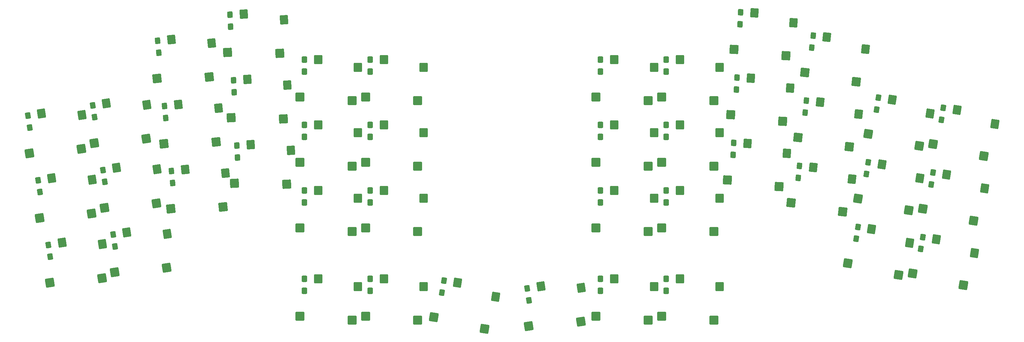
<source format=gbp>
G04 #@! TF.GenerationSoftware,KiCad,Pcbnew,9.0.0*
G04 #@! TF.CreationDate,2025-03-17T20:43:48+03:00*
G04 #@! TF.ProjectId,NIOKR,4e494f4b-522e-46b6-9963-61645f706362,rev?*
G04 #@! TF.SameCoordinates,Original*
G04 #@! TF.FileFunction,Paste,Bot*
G04 #@! TF.FilePolarity,Positive*
%FSLAX46Y46*%
G04 Gerber Fmt 4.6, Leading zero omitted, Abs format (unit mm)*
G04 Created by KiCad (PCBNEW 9.0.0) date 2025-03-17 20:43:48*
%MOMM*%
%LPD*%
G01*
G04 APERTURE LIST*
G04 Aperture macros list*
%AMRoundRect*
0 Rectangle with rounded corners*
0 $1 Rounding radius*
0 $2 $3 $4 $5 $6 $7 $8 $9 X,Y pos of 4 corners*
0 Add a 4 corners polygon primitive as box body*
4,1,4,$2,$3,$4,$5,$6,$7,$8,$9,$2,$3,0*
0 Add four circle primitives for the rounded corners*
1,1,$1+$1,$2,$3*
1,1,$1+$1,$4,$5*
1,1,$1+$1,$6,$7*
1,1,$1+$1,$8,$9*
0 Add four rect primitives between the rounded corners*
20,1,$1+$1,$2,$3,$4,$5,0*
20,1,$1+$1,$4,$5,$6,$7,0*
20,1,$1+$1,$6,$7,$8,$9,0*
20,1,$1+$1,$8,$9,$2,$3,0*%
G04 Aperture macros list end*
%ADD10RoundRect,0.250000X-0.827343X-1.168815X1.148034X-0.855946X0.827343X1.168815X-1.148034X0.855946X0*%
%ADD11RoundRect,0.250000X0.724663X1.177864X-1.053176X0.896282X-0.724663X-1.177864X1.053176X-0.896282X0*%
%ADD12RoundRect,0.250000X-1.000000X-1.025000X1.000000X-1.025000X1.000000X1.025000X-1.000000X1.025000X0*%
%ADD13RoundRect,0.250000X0.900000X1.050000X-0.900000X1.050000X-0.900000X-1.050000X0.900000X-1.050000X0*%
%ADD14RoundRect,0.250000X-1.052274X-0.971259X0.944985X-1.075931X1.052274X0.971259X-0.944985X1.075931X0*%
%ADD15RoundRect,0.250000X0.953719X1.001459X-0.843814X1.095663X-0.953719X-1.001459X0.843814X-1.095663X0*%
%ADD16RoundRect,0.250000X-1.101664X-0.914856X0.887380X-1.123913X1.101664X0.914856X-0.887380X1.123913X0*%
%ADD17RoundRect,0.250000X1.004825X0.950172X-0.785315X1.138324X-1.004825X-0.950172X0.785315X-1.138324X0*%
%ADD18RoundRect,0.250000X-1.148034X-0.855946X0.827343X-1.168815X1.148034X0.855946X-0.827343X1.168815X0*%
%ADD19RoundRect,0.250000X1.053176X0.896282X-0.724663X1.177864X-1.053176X-0.896282X0.724663X-1.177864X0*%
%ADD20RoundRect,0.250000X-0.944985X-1.075931X1.052274X-0.971259X0.944985X1.075931X-1.052274X0.971259X0*%
%ADD21RoundRect,0.250000X0.843814X1.095663X-0.953719X1.001459X-0.843814X-1.095663X0.953719X-1.001459X0*%
%ADD22RoundRect,0.250000X-0.887380X-1.123913X1.101664X-0.914856X0.887380X1.123913X-1.101664X0.914856X0*%
%ADD23RoundRect,0.250000X0.785315X1.138324X-1.004825X0.950172X-0.785315X-1.138324X1.004825X-0.950172X0*%
%ADD24RoundRect,0.250000X0.500000X-0.650000X0.500000X0.650000X-0.500000X0.650000X-0.500000X-0.650000X0*%
%ADD25RoundRect,0.250000X0.595527X-0.563780X0.392162X0.720215X-0.595527X0.563780X-0.392162X-0.720215X0*%
%ADD26RoundRect,0.250000X0.392162X-0.720215X0.595527X0.563780X-0.392162X0.720215X-0.595527X-0.563780X0*%
%ADD27RoundRect,0.250000X0.465296X-0.675277X0.533333X0.622941X-0.465296X0.675277X-0.533333X-0.622941X0*%
%ADD28RoundRect,0.250000X0.565204X-0.594175X0.429317X0.698703X-0.565204X0.594175X-0.429317X-0.698703X0*%
%ADD29RoundRect,0.250000X0.429317X-0.698703X0.565204X0.594175X-0.429317X0.698703X-0.565204X-0.594175X0*%
%ADD30RoundRect,0.250000X0.533333X-0.622941X0.465296X0.675277X-0.533333X0.622941X-0.465296X-0.675277X0*%
G04 APERTURE END LIST*
D10*
G04 #@! TO.C,R-S20*
X227436988Y-181231106D03*
D11*
X227588368Y-171639334D03*
D10*
X212753713Y-182493620D03*
D11*
X216182103Y-171218486D03*
G04 #@! TD*
D12*
G04 #@! TO.C,R-S19*
X246450000Y-180750000D03*
D13*
X248100000Y-171300000D03*
D12*
X231750000Y-179700000D03*
D13*
X236900000Y-169100000D03*
G04 #@! TD*
D12*
G04 #@! TO.C,R-S18*
X264950000Y-180750000D03*
D13*
X266600000Y-171300000D03*
D12*
X250250000Y-179700000D03*
D13*
X255400000Y-169100000D03*
G04 #@! TD*
D12*
G04 #@! TO.C,R-S17*
X246450000Y-155750000D03*
D13*
X248100000Y-146300000D03*
D12*
X231750000Y-154700000D03*
D13*
X236900000Y-144100000D03*
G04 #@! TD*
D12*
G04 #@! TO.C,R-S16*
X264950000Y-155750000D03*
D13*
X266600000Y-146300000D03*
D12*
X250250000Y-154700000D03*
D13*
X255400000Y-144100000D03*
G04 #@! TD*
D14*
G04 #@! TO.C,R-S15*
X283375229Y-143010487D03*
D15*
X285517542Y-133659792D03*
D14*
X268750327Y-141192587D03*
D15*
X274448031Y-130876644D03*
G04 #@! TD*
D16*
G04 #@! TO.C,R-S14*
X301269428Y-150155209D03*
D17*
X303898183Y-140929450D03*
D16*
X286759711Y-147574393D03*
D17*
X292989500Y-137570783D03*
G04 #@! TD*
D18*
G04 #@! TO.C,R-S13*
X317078492Y-168029710D03*
D19*
X320186483Y-158954172D03*
D18*
X302723729Y-164693051D03*
D19*
X309468529Y-155029192D03*
G04 #@! TD*
D18*
G04 #@! TO.C,R-S12*
X335350692Y-170923710D03*
D19*
X338458683Y-161848172D03*
D18*
X320995929Y-167587051D03*
D19*
X327740729Y-157923192D03*
G04 #@! TD*
D12*
G04 #@! TO.C,R-S11*
X246450000Y-137250000D03*
D13*
X248100000Y-127800000D03*
D12*
X231750000Y-136200000D03*
D13*
X236900000Y-125600000D03*
G04 #@! TD*
D12*
G04 #@! TO.C,R-S10*
X264950000Y-137250000D03*
D13*
X266600000Y-127800000D03*
D12*
X250250000Y-136200000D03*
D13*
X255400000Y-125600000D03*
G04 #@! TD*
D14*
G04 #@! TO.C,R-S9*
X284343429Y-124535887D03*
D15*
X286485742Y-115185192D03*
D14*
X269718527Y-122717987D03*
D15*
X275416231Y-112402044D03*
G04 #@! TD*
D16*
G04 #@! TO.C,R-S8*
X303203228Y-131756609D03*
D17*
X305831983Y-122530850D03*
D16*
X288693511Y-129175793D03*
D17*
X294923300Y-119172183D03*
G04 #@! TD*
D18*
G04 #@! TO.C,R-S7*
X319972492Y-149757510D03*
D19*
X323080483Y-140681972D03*
D18*
X305617729Y-146420851D03*
D19*
X312362529Y-136756992D03*
G04 #@! TD*
D18*
G04 #@! TO.C,R-S6*
X338244792Y-152651510D03*
D19*
X341352783Y-143575972D03*
D18*
X323890029Y-149314851D03*
D19*
X330634829Y-139650992D03*
G04 #@! TD*
D12*
G04 #@! TO.C,R-S5*
X246450000Y-118750000D03*
D13*
X248100000Y-109300000D03*
D12*
X231750000Y-117700000D03*
D13*
X236900000Y-107100000D03*
G04 #@! TD*
D12*
G04 #@! TO.C,R-S4*
X264950000Y-118750000D03*
D13*
X266600000Y-109300000D03*
D12*
X250250000Y-117700000D03*
D13*
X255400000Y-107100000D03*
G04 #@! TD*
D14*
G04 #@! TO.C,R-S3*
X285311629Y-106061187D03*
D15*
X287453942Y-96710492D03*
D14*
X270686727Y-104243287D03*
D15*
X276384431Y-93927344D03*
G04 #@! TD*
D16*
G04 #@! TO.C,R-S2*
X305136928Y-113357909D03*
D17*
X307765683Y-104132150D03*
D16*
X290627211Y-110777093D03*
D17*
X296857000Y-100773483D03*
G04 #@! TD*
D18*
G04 #@! TO.C,R-S1*
X322866592Y-131485210D03*
D19*
X325974583Y-122409672D03*
D18*
X308511829Y-128148551D03*
D19*
X315256629Y-118484692D03*
G04 #@! TD*
D18*
G04 #@! TO.C,R-S0*
X341138792Y-134379310D03*
D19*
X344246783Y-125303772D03*
D18*
X326784029Y-131042651D03*
D19*
X333528829Y-121378792D03*
G04 #@! TD*
D18*
G04 #@! TO.C,L-S20*
X200304192Y-183249110D03*
D19*
X203412183Y-174173572D03*
D18*
X185949429Y-179912451D03*
D19*
X192694229Y-170248592D03*
G04 #@! TD*
D12*
G04 #@! TO.C,L-S19*
X181450000Y-180750000D03*
D13*
X183100000Y-171300000D03*
D12*
X166750000Y-179700000D03*
D13*
X171900000Y-169100000D03*
G04 #@! TD*
D12*
G04 #@! TO.C,L-S18*
X162950000Y-180750000D03*
D13*
X164600000Y-171300000D03*
D12*
X148250000Y-179700000D03*
D13*
X153400000Y-169100000D03*
G04 #@! TD*
D12*
G04 #@! TO.C,L-S17*
X181450000Y-155750000D03*
D13*
X183100000Y-146300000D03*
D12*
X166750000Y-154700000D03*
D13*
X171900000Y-144100000D03*
G04 #@! TD*
D12*
G04 #@! TO.C,L-S16*
X162950000Y-155750000D03*
D13*
X164600000Y-146300000D03*
D12*
X148250000Y-154700000D03*
D13*
X153400000Y-144100000D03*
G04 #@! TD*
D20*
G04 #@! TO.C,L-S15*
X144507092Y-142335353D03*
D21*
X145660256Y-132811949D03*
D20*
X129772285Y-142056130D03*
D21*
X134360466Y-131201127D03*
G04 #@! TD*
D22*
G04 #@! TO.C,L-S14*
X126559905Y-148806792D03*
D23*
X127213072Y-139236088D03*
D22*
X111830678Y-149299113D03*
D23*
X115844464Y-138218859D03*
G04 #@! TD*
D10*
G04 #@! TO.C,L-S13*
X110662688Y-166011706D03*
D11*
X110814068Y-156419934D03*
D10*
X95979413Y-167274220D03*
D11*
X99407803Y-155999086D03*
G04 #@! TD*
D10*
G04 #@! TO.C,L-S12*
X92390488Y-168905706D03*
D11*
X92541868Y-159313934D03*
D10*
X77707213Y-170168220D03*
D11*
X81135603Y-158893086D03*
G04 #@! TD*
D12*
G04 #@! TO.C,L-S11*
X181450000Y-137250000D03*
D13*
X183100000Y-127800000D03*
D12*
X166750000Y-136200000D03*
D13*
X171900000Y-125600000D03*
G04 #@! TD*
D12*
G04 #@! TO.C,L-S10*
X162950000Y-137250000D03*
D13*
X164600000Y-127800000D03*
D12*
X148250000Y-136200000D03*
D13*
X153400000Y-125600000D03*
G04 #@! TD*
D20*
G04 #@! TO.C,L-S9*
X143538892Y-123860753D03*
D21*
X144692056Y-114337349D03*
D20*
X128804085Y-123581530D03*
D21*
X133392266Y-112726527D03*
G04 #@! TD*
D22*
G04 #@! TO.C,L-S8*
X124626105Y-130408192D03*
D23*
X125279272Y-120837488D03*
D22*
X109896878Y-130900513D03*
D23*
X113910664Y-119820259D03*
G04 #@! TD*
D10*
G04 #@! TO.C,L-S7*
X107768688Y-147739506D03*
D11*
X107920068Y-138147734D03*
D10*
X93085413Y-149002020D03*
D11*
X96513803Y-137726886D03*
G04 #@! TD*
D10*
G04 #@! TO.C,L-S6*
X89496388Y-150633506D03*
D11*
X89647768Y-141041734D03*
D10*
X74813113Y-151896020D03*
D11*
X78241503Y-140620886D03*
G04 #@! TD*
D12*
G04 #@! TO.C,L-S5*
X181450000Y-118750000D03*
D13*
X183100000Y-109300000D03*
D12*
X166750000Y-117700000D03*
D13*
X171900000Y-107100000D03*
G04 #@! TD*
D12*
G04 #@! TO.C,L-S4*
X162950000Y-118750000D03*
D13*
X164600000Y-109300000D03*
D12*
X148250000Y-117700000D03*
D13*
X153400000Y-107100000D03*
G04 #@! TD*
D20*
G04 #@! TO.C,L-S3*
X142570692Y-105386053D03*
D21*
X143723856Y-95862649D03*
D20*
X127835885Y-105106830D03*
D21*
X132424066Y-94251827D03*
G04 #@! TD*
D22*
G04 #@! TO.C,L-S2*
X122692405Y-112009492D03*
D23*
X123345572Y-102438788D03*
D22*
X107963178Y-112501813D03*
D23*
X111976964Y-101421559D03*
G04 #@! TD*
D10*
G04 #@! TO.C,L-S1*
X104874588Y-129467206D03*
D11*
X105025968Y-119875434D03*
D10*
X90191313Y-130729720D03*
D11*
X93619703Y-119454586D03*
G04 #@! TD*
D10*
G04 #@! TO.C,L-S0*
X86602388Y-132361306D03*
D11*
X86753768Y-122769534D03*
D10*
X71919113Y-133623820D03*
D11*
X75347503Y-122348686D03*
G04 #@! TD*
D24*
G04 #@! TO.C,R-D16*
X251500000Y-147500000D03*
X251500000Y-144100000D03*
G04 #@! TD*
G04 #@! TO.C,L-D11*
X168000000Y-129000000D03*
X168000000Y-125600000D03*
G04 #@! TD*
D25*
G04 #@! TO.C,L-D6*
X74921439Y-144589170D03*
X74389561Y-141231030D03*
G04 #@! TD*
D26*
G04 #@! TO.C,R-D13*
X305084661Y-157777270D03*
X305616539Y-154419130D03*
G04 #@! TD*
D27*
G04 #@! TO.C,R-D15*
X270375429Y-134067870D03*
X270553371Y-130672530D03*
G04 #@! TD*
D28*
G04 #@! TO.C,L-D8*
X110387498Y-123609287D03*
X110032102Y-120227913D03*
G04 #@! TD*
D24*
G04 #@! TO.C,R-D17*
X233000000Y-147500000D03*
X233000000Y-144100000D03*
G04 #@! TD*
D25*
G04 #@! TO.C,L-D7*
X93193639Y-141695070D03*
X92661761Y-138336930D03*
G04 #@! TD*
D26*
G04 #@! TO.C,R-D1*
X310872761Y-121232770D03*
X311404639Y-117874630D03*
G04 #@! TD*
D24*
G04 #@! TO.C,L-D19*
X168000000Y-172500000D03*
X168000000Y-169100000D03*
G04 #@! TD*
G04 #@! TO.C,L-D4*
X149500000Y-110500000D03*
X149500000Y-107100000D03*
G04 #@! TD*
D25*
G04 #@! TO.C,L-D1*
X90299639Y-123422870D03*
X89767761Y-120064730D03*
G04 #@! TD*
G04 #@! TO.C,R-D20*
X212861939Y-175186770D03*
X212330061Y-171828630D03*
G04 #@! TD*
D27*
G04 #@! TO.C,R-D9*
X271343629Y-115593270D03*
X271521571Y-112197930D03*
G04 #@! TD*
D29*
G04 #@! TO.C,R-D14*
X288755502Y-140544487D03*
X289110898Y-137163113D03*
G04 #@! TD*
D27*
G04 #@! TO.C,R-D03*
X272311929Y-97118570D03*
X272489871Y-93723230D03*
G04 #@! TD*
D24*
G04 #@! TO.C,R-D19*
X233000000Y-172500000D03*
X233000000Y-169100000D03*
G04 #@! TD*
G04 #@! TO.C,R-D18*
X251500000Y-172500000D03*
X251500000Y-169100000D03*
G04 #@! TD*
D30*
G04 #@! TO.C,L-D9*
X129675571Y-116325970D03*
X129497629Y-112930630D03*
G04 #@! TD*
G04 #@! TO.C,L-D3*
X128707271Y-97851270D03*
X128529329Y-94455930D03*
G04 #@! TD*
D25*
G04 #@! TO.C,L-D12*
X77815439Y-162861370D03*
X77283561Y-159503230D03*
G04 #@! TD*
D26*
G04 #@! TO.C,L-D20*
X188310361Y-172996670D03*
X188842239Y-169638530D03*
G04 #@! TD*
D24*
G04 #@! TO.C,R-D5*
X233000000Y-110500000D03*
X233000000Y-107100000D03*
G04 #@! TD*
G04 #@! TO.C,L-D17*
X168000000Y-147500000D03*
X168000000Y-144100000D03*
G04 #@! TD*
D28*
G04 #@! TO.C,L-D14*
X112321198Y-142007887D03*
X111965802Y-138626513D03*
G04 #@! TD*
D24*
G04 #@! TO.C,R-D11*
X233000000Y-129000000D03*
X233000000Y-125600000D03*
G04 #@! TD*
D30*
G04 #@! TO.C,L-D15*
X130643771Y-134800570D03*
X130465829Y-131405230D03*
G04 #@! TD*
D29*
G04 #@! TO.C,R-D2*
X292623002Y-103747187D03*
X292978398Y-100365813D03*
G04 #@! TD*
G04 #@! TO.C,R-D8*
X290689202Y-122145887D03*
X291044598Y-118764513D03*
G04 #@! TD*
D28*
G04 #@! TO.C,L-D2*
X108453698Y-105210587D03*
X108098302Y-101829213D03*
G04 #@! TD*
D24*
G04 #@! TO.C,R-D4*
X251500000Y-110500000D03*
X251500000Y-107100000D03*
G04 #@! TD*
D26*
G04 #@! TO.C,R-D7*
X307978661Y-139504970D03*
X308510539Y-136146830D03*
G04 #@! TD*
D24*
G04 #@! TO.C,L-D16*
X149500000Y-147500000D03*
X149500000Y-144100000D03*
G04 #@! TD*
D25*
G04 #@! TO.C,L-D13*
X96087739Y-159967270D03*
X95555861Y-156609130D03*
G04 #@! TD*
D26*
G04 #@! TO.C,R-D12*
X323356861Y-160671270D03*
X323888739Y-157313130D03*
G04 #@! TD*
D24*
G04 #@! TO.C,L-D18*
X149500000Y-172500000D03*
X149500000Y-169100000D03*
G04 #@! TD*
G04 #@! TO.C,R-D10*
X251500000Y-129000000D03*
X251500000Y-125600000D03*
G04 #@! TD*
D25*
G04 #@! TO.C,L-D0*
X72027339Y-126316870D03*
X71495461Y-122958730D03*
G04 #@! TD*
D24*
G04 #@! TO.C,L-D10*
X149500000Y-129000000D03*
X149500000Y-125600000D03*
G04 #@! TD*
D26*
G04 #@! TO.C,R-D0*
X329144961Y-124126770D03*
X329676839Y-120768630D03*
G04 #@! TD*
G04 #@! TO.C,R-D6*
X326250961Y-142399070D03*
X326782839Y-139040930D03*
G04 #@! TD*
D24*
G04 #@! TO.C,L-D5*
X168000000Y-110500000D03*
X168000000Y-107100000D03*
G04 #@! TD*
M02*

</source>
